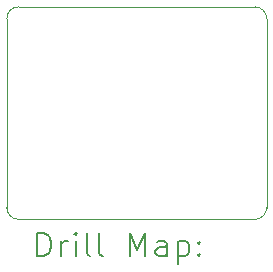
<source format=gbr>
%TF.GenerationSoftware,KiCad,Pcbnew,8.0.2*%
%TF.CreationDate,2024-11-23T19:12:37+01:00*%
%TF.ProjectId,NTR-Subcard,4e54522d-5375-4626-9361-72642e6b6963,rev?*%
%TF.SameCoordinates,Original*%
%TF.FileFunction,Drillmap*%
%TF.FilePolarity,Positive*%
%FSLAX45Y45*%
G04 Gerber Fmt 4.5, Leading zero omitted, Abs format (unit mm)*
G04 Created by KiCad (PCBNEW 8.0.2) date 2024-11-23 19:12:37*
%MOMM*%
%LPD*%
G01*
G04 APERTURE LIST*
%ADD10C,0.050000*%
%ADD11C,0.200000*%
G04 APERTURE END LIST*
D10*
X11950000Y-8300000D02*
X9950000Y-8300000D01*
X9850000Y-6600000D02*
G75*
G02*
X9950000Y-6500000I100000J0D01*
G01*
X11950000Y-6500000D02*
G75*
G02*
X12050000Y-6600000I0J-100000D01*
G01*
X9950000Y-6500000D02*
X11950000Y-6500000D01*
X12050000Y-8200000D02*
G75*
G02*
X11950000Y-8300000I-100000J0D01*
G01*
X9950000Y-8300000D02*
G75*
G02*
X9850000Y-8200000I0J100000D01*
G01*
X9850000Y-8200000D02*
X9850000Y-6600000D01*
X12050000Y-6600000D02*
X12050000Y-8200000D01*
D11*
X10108277Y-8613984D02*
X10108277Y-8413984D01*
X10108277Y-8413984D02*
X10155896Y-8413984D01*
X10155896Y-8413984D02*
X10184467Y-8423508D01*
X10184467Y-8423508D02*
X10203515Y-8442555D01*
X10203515Y-8442555D02*
X10213039Y-8461603D01*
X10213039Y-8461603D02*
X10222563Y-8499698D01*
X10222563Y-8499698D02*
X10222563Y-8528270D01*
X10222563Y-8528270D02*
X10213039Y-8566365D01*
X10213039Y-8566365D02*
X10203515Y-8585412D01*
X10203515Y-8585412D02*
X10184467Y-8604460D01*
X10184467Y-8604460D02*
X10155896Y-8613984D01*
X10155896Y-8613984D02*
X10108277Y-8613984D01*
X10308277Y-8613984D02*
X10308277Y-8480650D01*
X10308277Y-8518746D02*
X10317801Y-8499698D01*
X10317801Y-8499698D02*
X10327324Y-8490174D01*
X10327324Y-8490174D02*
X10346372Y-8480650D01*
X10346372Y-8480650D02*
X10365420Y-8480650D01*
X10432086Y-8613984D02*
X10432086Y-8480650D01*
X10432086Y-8413984D02*
X10422563Y-8423508D01*
X10422563Y-8423508D02*
X10432086Y-8433031D01*
X10432086Y-8433031D02*
X10441610Y-8423508D01*
X10441610Y-8423508D02*
X10432086Y-8413984D01*
X10432086Y-8413984D02*
X10432086Y-8433031D01*
X10555896Y-8613984D02*
X10536848Y-8604460D01*
X10536848Y-8604460D02*
X10527324Y-8585412D01*
X10527324Y-8585412D02*
X10527324Y-8413984D01*
X10660658Y-8613984D02*
X10641610Y-8604460D01*
X10641610Y-8604460D02*
X10632086Y-8585412D01*
X10632086Y-8585412D02*
X10632086Y-8413984D01*
X10889229Y-8613984D02*
X10889229Y-8413984D01*
X10889229Y-8413984D02*
X10955896Y-8556841D01*
X10955896Y-8556841D02*
X11022563Y-8413984D01*
X11022563Y-8413984D02*
X11022563Y-8613984D01*
X11203515Y-8613984D02*
X11203515Y-8509222D01*
X11203515Y-8509222D02*
X11193991Y-8490174D01*
X11193991Y-8490174D02*
X11174944Y-8480650D01*
X11174944Y-8480650D02*
X11136848Y-8480650D01*
X11136848Y-8480650D02*
X11117801Y-8490174D01*
X11203515Y-8604460D02*
X11184467Y-8613984D01*
X11184467Y-8613984D02*
X11136848Y-8613984D01*
X11136848Y-8613984D02*
X11117801Y-8604460D01*
X11117801Y-8604460D02*
X11108277Y-8585412D01*
X11108277Y-8585412D02*
X11108277Y-8566365D01*
X11108277Y-8566365D02*
X11117801Y-8547317D01*
X11117801Y-8547317D02*
X11136848Y-8537793D01*
X11136848Y-8537793D02*
X11184467Y-8537793D01*
X11184467Y-8537793D02*
X11203515Y-8528270D01*
X11298753Y-8480650D02*
X11298753Y-8680650D01*
X11298753Y-8490174D02*
X11317801Y-8480650D01*
X11317801Y-8480650D02*
X11355896Y-8480650D01*
X11355896Y-8480650D02*
X11374943Y-8490174D01*
X11374943Y-8490174D02*
X11384467Y-8499698D01*
X11384467Y-8499698D02*
X11393991Y-8518746D01*
X11393991Y-8518746D02*
X11393991Y-8575889D01*
X11393991Y-8575889D02*
X11384467Y-8594936D01*
X11384467Y-8594936D02*
X11374943Y-8604460D01*
X11374943Y-8604460D02*
X11355896Y-8613984D01*
X11355896Y-8613984D02*
X11317801Y-8613984D01*
X11317801Y-8613984D02*
X11298753Y-8604460D01*
X11479705Y-8594936D02*
X11489229Y-8604460D01*
X11489229Y-8604460D02*
X11479705Y-8613984D01*
X11479705Y-8613984D02*
X11470182Y-8604460D01*
X11470182Y-8604460D02*
X11479705Y-8594936D01*
X11479705Y-8594936D02*
X11479705Y-8613984D01*
X11479705Y-8490174D02*
X11489229Y-8499698D01*
X11489229Y-8499698D02*
X11479705Y-8509222D01*
X11479705Y-8509222D02*
X11470182Y-8499698D01*
X11470182Y-8499698D02*
X11479705Y-8490174D01*
X11479705Y-8490174D02*
X11479705Y-8509222D01*
M02*

</source>
